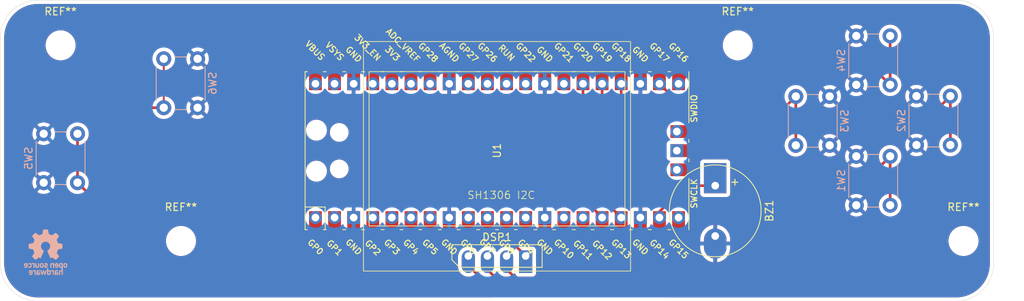
<source format=kicad_pcb>
(kicad_pcb
	(version 20240108)
	(generator "pcbnew")
	(generator_version "8.0")
	(general
		(thickness 1.6)
		(legacy_teardrops no)
	)
	(paper "A4")
	(layers
		(0 "F.Cu" signal)
		(31 "B.Cu" signal)
		(32 "B.Adhes" user "B.Adhesive")
		(33 "F.Adhes" user "F.Adhesive")
		(34 "B.Paste" user)
		(35 "F.Paste" user)
		(36 "B.SilkS" user "B.Silkscreen")
		(37 "F.SilkS" user "F.Silkscreen")
		(38 "B.Mask" user)
		(39 "F.Mask" user)
		(40 "Dwgs.User" user "User.Drawings")
		(41 "Cmts.User" user "User.Comments")
		(42 "Eco1.User" user "User.Eco1")
		(43 "Eco2.User" user "User.Eco2")
		(44 "Edge.Cuts" user)
		(45 "Margin" user)
		(46 "B.CrtYd" user "B.Courtyard")
		(47 "F.CrtYd" user "F.Courtyard")
		(48 "B.Fab" user)
		(49 "F.Fab" user)
		(50 "User.1" user)
		(51 "User.2" user)
		(52 "User.3" user)
		(53 "User.4" user)
		(54 "User.5" user)
		(55 "User.6" user)
		(56 "User.7" user)
		(57 "User.8" user)
		(58 "User.9" user)
	)
	(setup
		(stackup
			(layer "F.SilkS"
				(type "Top Silk Screen")
			)
			(layer "F.Paste"
				(type "Top Solder Paste")
			)
			(layer "F.Mask"
				(type "Top Solder Mask")
				(thickness 0.01)
			)
			(layer "F.Cu"
				(type "copper")
				(thickness 0.035)
			)
			(layer "dielectric 1"
				(type "core")
				(thickness 1.51)
				(material "FR4")
				(epsilon_r 4.5)
				(loss_tangent 0.02)
			)
			(layer "B.Cu"
				(type "copper")
				(thickness 0.035)
			)
			(layer "B.Mask"
				(type "Bottom Solder Mask")
				(thickness 0.01)
			)
			(layer "B.Paste"
				(type "Bottom Solder Paste")
			)
			(layer "B.SilkS"
				(type "Bottom Silk Screen")
			)
			(copper_finish "None")
			(dielectric_constraints no)
		)
		(pad_to_mask_clearance 0)
		(allow_soldermask_bridges_in_footprints no)
		(pcbplotparams
			(layerselection 0x00010fc_ffffffff)
			(plot_on_all_layers_selection 0x0000000_00000000)
			(disableapertmacros no)
			(usegerberextensions no)
			(usegerberattributes no)
			(usegerberadvancedattributes yes)
			(creategerberjobfile yes)
			(dashed_line_dash_ratio 12.000000)
			(dashed_line_gap_ratio 3.000000)
			(svgprecision 4)
			(plotframeref no)
			(viasonmask no)
			(mode 1)
			(useauxorigin no)
			(hpglpennumber 1)
			(hpglpenspeed 20)
			(hpglpendiameter 15.000000)
			(pdf_front_fp_property_popups yes)
			(pdf_back_fp_property_popups yes)
			(dxfpolygonmode yes)
			(dxfimperialunits yes)
			(dxfusepcbnewfont yes)
			(psnegative no)
			(psa4output no)
			(plotreference yes)
			(plotvalue yes)
			(plotfptext yes)
			(plotinvisibletext no)
			(sketchpadsonfab no)
			(subtractmaskfromsilk no)
			(outputformat 1)
			(mirror no)
			(drillshape 0)
			(scaleselection 1)
			(outputdirectory "")
		)
	)
	(net 0 "")
	(net 1 "Net-(DSP1-Vcc)")
	(net 2 "Net-(DSP1-SCL)")
	(net 3 "GND")
	(net 4 "Net-(DSP1-SDA)")
	(net 5 "Net-(U1-GPIO12)")
	(net 6 "unconnected-(U1-GPIO0-Pad1)")
	(net 7 "unconnected-(U1-GPIO3-Pad5)")
	(net 8 "unconnected-(U1-GPIO6-Pad9)")
	(net 9 "unconnected-(U1-GPIO11-Pad15)")
	(net 10 "unconnected-(U1-RUN-Pad30)")
	(net 11 "unconnected-(U1-GPIO22-Pad29)")
	(net 12 "unconnected-(U1-GPIO28_ADC2-Pad34)")
	(net 13 "unconnected-(U1-GPIO10-Pad14)")
	(net 14 "unconnected-(U1-GPIO21-Pad27)")
	(net 15 "unconnected-(U1-ADC_VREF-Pad35)")
	(net 16 "unconnected-(U1-SWCLK-Pad41)")
	(net 17 "unconnected-(U1-GPIO1-Pad2)")
	(net 18 "unconnected-(U1-GPIO9-Pad12)")
	(net 19 "unconnected-(U1-GPIO26_ADC0-Pad31)")
	(net 20 "unconnected-(U1-VBUS-Pad40)")
	(net 21 "unconnected-(U1-GPIO2-Pad4)")
	(net 22 "unconnected-(U1-GPIO7-Pad10)")
	(net 23 "unconnected-(U1-VSYS-Pad39)")
	(net 24 "unconnected-(U1-3V3_EN-Pad37)")
	(net 25 "unconnected-(U1-GPIO27_ADC1-Pad32)")
	(net 26 "unconnected-(U1-GPIO5-Pad7)")
	(net 27 "unconnected-(U1-SWDIO-Pad43)")
	(net 28 "unconnected-(U1-GPIO8-Pad11)")
	(net 29 "unconnected-(U1-GND-Pad42)")
	(net 30 "unconnected-(U1-GPIO4-Pad6)")
	(net 31 "Net-(U1-GPIO19)")
	(net 32 "Net-(U1-GPIO17)")
	(net 33 "Net-(U1-GPIO18)")
	(net 34 "Net-(U1-GPIO16)")
	(net 35 "Net-(U1-GPIO13)")
	(net 36 "Net-(BZ1-+)")
	(footprint "MCU_RaspberryPi_and_Boards:RPi_Pico_SMD_TH" (layer "F.Cu") (at 148.39 97.51 90))
	(footprint "MountingHole:MountingHole_3.5mm" (layer "F.Cu") (at 90.39 83.51))
	(footprint "MountingHole:MountingHole_3.5mm" (layer "F.Cu") (at 180.39 83.51))
	(footprint "Buzzer_Beeper:Buzzer_12x9.5RM7.6" (layer "F.Cu") (at 177.39 101.71 -90))
	(footprint "ScottSystemsKiCAD:SH1306 I2C" (layer "F.Cu") (at 148.39 111.51))
	(footprint "MountingHole:MountingHole_3.5mm" (layer "F.Cu") (at 210.39 109.51))
	(footprint "MountingHole:MountingHole_3.5mm" (layer "F.Cu") (at 106.39 109.51))
	(footprint "Button_Switch_THT:SW_PUSH_6mm" (layer "B.Cu") (at 192.6 96.8 90))
	(footprint "Button_Switch_THT:SW_PUSH_6mm" (layer "B.Cu") (at 204.14 90.26 -90))
	(footprint "Button_Switch_THT:SW_PUSH_6mm" (layer "B.Cu") (at 108.6 91.8 90))
	(footprint "Button_Switch_THT:SW_PUSH_6mm" (layer "B.Cu") (at 88.14 95.26 -90))
	(footprint "Symbol:OSHW-Logo_5.7x6mm_SilkScreen" (layer "B.Cu") (at 88.4 111 180))
	(footprint "Button_Switch_THT:SW_PUSH_6mm" (layer "B.Cu") (at 196.14 82.26 -90))
	(footprint "Button_Switch_THT:SW_PUSH_6mm" (layer "B.Cu") (at 196.14 98.26 -90))
	(gr_line
		(start 214.39 82.51)
		(end 214.39 112.51)
		(stroke
			(width 0.05)
			(type default)
		)
		(layer "Edge.Cuts")
		(uuid "1465b051-18bc-41b2-b16c-ba10c224d888")
	)
	(gr_arc
		(start 214.39 112.51)
		(mid 212.925534 116.045534)
		(end 209.39 117.51)
		(stroke
			(width 0.05)
			(type default)
		)
		(layer "Edge.Cuts")
		(uuid "35355c6e-77d8-4c9e-b3af-7f7e098d3f15")
	)
	(gr_line
		(start 82.39 112.51)
		(end 82.39 82.51)
		(stroke
			(width 0.05)
			(type default)
		)
		(layer "Edge.Cuts")
		(uuid "37cdb32f-fad4-47a2-9b37-fc7198d60ce5")
	)
	(gr_arc
		(start 87.39 117.51)
		(mid 83.854466 116.045534)
		(end 82.39 112.51)
		(stroke
			(width 0.05)
			(type default)
		)
		(layer "Edge.Cuts")
		(uuid "740c713c-63fb-4138-9b41-8524d6701f67")
	)
	(gr_line
		(start 209.39 117.51)
		(end 87.39 117.51)
		(stroke
			(width 0.05)
			(type default)
		)
		(layer "Edge.Cuts")
		(uuid "a4b0ba79-ed9f-4072-918b-f29a4c552209")
	)
	(gr_arc
		(start 209.39 77.51)
		(mid 212.925534 78.974466)
		(end 214.39 82.51)
		(stroke
			(width 0.05)
			(type default)
		)
		(layer "Edge.Cuts")
		(uuid "bce0663b-be76-446f-b0fd-c362f3817c0a")
	)
	(gr_arc
		(start 82.39 82.51)
		(mid 83.854466 78.974466)
		(end 87.39 77.51)
		(stroke
			(width 0.05)
			(type default)
		)
		(layer "Edge.Cuts")
		(uuid "cca4cf4f-7d9b-4124-bdc2-ebe2b20eb846")
	)
	(gr_line
		(start 87.39 77.51)
		(end 209.39 77.51)
		(stroke
			(width 0.05)
			(type default)
		)
		(layer "Edge.Cuts")
		(uuid "cf1a5c73-f244-421c-ad03-ddcf8d9158a4")
	)
	(gr_text "PicoCat Game Hat\n20240429"
		(at 194.4 112.8 0)
		(layer "F.Cu" knockout)
		(uuid "5c88faa8-e3c3-4bc8-b8fb-9be5b86747b4")
		(effects
			(font
				(size 1.5 1.5)
				(thickness 0.3)
				(bold yes)
			)
			(justify bottom)
		)
	)
	(segment
		(start 92.6 105.6)
		(end 90 103)
		(width 0.35)
		(layer "F.Cu")
		(net 1)
		(uuid "074774df-a32d-43e9-bfb5-05d1633d3ea1")
	)
	(segment
		(start 150.69 110)
		(end 121.8 110)
		(width 0.35)
		(layer "F.Cu")
		(net 1)
		(uuid "1062d489-693e-431c-b141-83316190787f")
	)
	(segment
		(start 90 93.8)
		(end 100.2 83.6)
		(width 0.35)
		(layer "F.Cu")
		(net 1)
		(uuid "5e958fe2-9128-4e40-ae90-0d40378e73fc")
	)
	(segment
		(start 131 83.6)
		(end 134.42 87.02)
		(width 0.35)
		(layer "F.Cu")
		(net 1)
		(uuid "682a1097-7301-4b0f-8ce6-00fd33536ea6")
	)
	(segment
		(start 117.4 105.6)
		(end 92.6 105.6)
		(width 0.35)
		(layer "F.Cu")
		(net 1)
		(uuid "7993183a-8734-4782-9ecf-a4537808c13c")
	)
	(segment
		(start 121.8 110)
		(end 117.4 105.6)
		(width 0.35)
		(layer "F.Cu")
		(net 1)
		(uuid "9b4f7b67-d54b-4980-bc80-7a619191a25c")
	)
	(segment
		(start 152.2 111.51)
		(end 150.69 110)
		(width 0.35)
		(layer "F.Cu")
		(net 1)
		(uuid "c9164212-d462-49f5-8f9d-14030924116d")
	)
	(segment
		(start 90 103)
		(end 90 93.8)
		(width 0.35)
		(layer "F.Cu")
		(net 1)
		(uuid "ee33a0c5-6c4a-4d60-8628-5f0a46fa4a2a")
	)
	(segment
		(start 100.2 83.6)
		(end 131 83.6)
		(width 0.35)
		(layer "F.Cu")
		(net 1)
		(uuid "ef8fc557-a3ce-48e4-a6a7-936d528f3706")
	)
	(segment
		(start 147.12 113.32)
		(end 149 115.2)
		(width 0.35)
		(layer "F.Cu")
		(net 2)
		(uuid "1e25cbe4-ce00-4661-9168-f39db17ca205")
	)
	(segment
		(start 149 115.2)
		(end 170 115.2)
		(width 0.35)
		(layer "F.Cu")
		(net 2)
		(uuid "39ce87de-4925-468b-abca-9a6f25922ff6")
	)
	(segment
		(start 170 115.2)
		(end 172.52 112.68)
		(width 0.35)
		(layer "F.Cu")
		(net 2)
		(uuid "793d3177-27dc-4a64-a967-da73c6f38b62")
	)
	(segment
		(start 172.52 112.68)
		(end 172.52 106.4)
		(width 0.35)
		(layer "F.Cu")
		(net 2)
		(uuid "e67fda44-88ca-48b4-92c6-f4603c20c18b")
	)
	(segment
		(start 149.66 113.26)
		(end 150.6 114.2)
		(width 0.35)
		(layer "F.Cu")
		(net 3)
		(uuid "7c45bdb9-962d-4404-a3c0-a91712554f03")
	)
	(segment
		(start 174.4 112.8)
		(end 171 116.2)
		(width 0.35)
		(layer "F.Cu")
		(net 4)
		(uuid "21efcaad-217b-44b6-a1ee-2adfb0a6d44f")
	)
	(segment
		(start 171.8 103.8)
		(end 173.2 103.8)
		(width 0.35)
		(layer "F.Cu")
		(net 4)
		(uuid "321477d8-8386-4adb-969b-c993245e262e")
	)
	(segment
		(start 173.2 103.8)
		(end 174.4 105)
		(width 0.35)
		(layer "F.Cu")
		(net 4)
		(uuid "631f4e1c-ea61-4023-b81c-b8f2d4da8bdc")
	)
	(segment
		(start 169.98 106.4)
		(end 169.98 105.62)
		(width 0.35)
		(layer "F.Cu")
		(net 4)
		(uuid "72bc25be-96ba-4608-ba07-24627130d72c")
	)
	(segment
		(start 174.4 105)
		(end 174.4 112.8)
		(width 0.35)
		(layer "F.Cu")
		(net 4)
		(uuid "9a41c3ac-1886-4962-84ef-feb0fbe2f5bd")
	)
	(segment
		(start 171 116.2)
		(end 148 116.2)
		(width 0.35)
		(layer "F.Cu")
		(net 4)
		(uuid "befed514-3ccd-4669-abd1-302fe78ac71a")
	)
	(segment
		(start 169.98 105.62)
		(end 171.8 103.8)
		(width 0.35)
		(layer "F.Cu")
		(net 4)
		(uuid "fa63e5d4-459f-4671-b473-d16c2f911ed8")
	)
	(segment
		(start 148 116.2)
		(end 144.58 112.78)
		(width 0.35)
		(layer "F.Cu")
		(net 4)
		(uuid "fe8019ea-c157-4f0f-b700-41af6ae1dfa5")
	)
	(segment
		(start 93.6 91.8)
		(end 104.1 91.8)
		(width 0.35)
		(layer "F.Cu")
		(net 5)
		(uuid "1ce830ac-3fef-4c7d-a75c-098cbc9d2f00")
	)
	(segment
		(start 90.8 102.4)
		(end 90.8 94.6)
		(width 0.35)
		(layer "F.Cu")
		(net 5)
		(uuid "21564a85-b9ba-4dce-afee-009e7256b822")
	)
	(segment
		(start 162.36 106.382)
		(end 160.578 104.6)
		(width 0.35)
		(layer "F.Cu")
		(net 5)
		(uuid "68f3ff7d-bff6-4879-a30a-8be5539e7385")
	)
	(segment
		(start 90.8 94.6)
		(end 93.6 91.8)
		(width 0.35)
		(layer "F.Cu")
		(net 5)
		(uuid "7d765c7c-315e-47a2-8295-ec9b7a50a246")
	)
	(segment
		(start 160.578 104.6)
		(end 93 104.6)
		(width 0.35)
		(layer "F.Cu")
		(net 5)
		(uuid "9e917997-f08d-4b1c-af4f-84600b76ccf3")
	)
	(segment
		(start 104.1 85.3)
		(end 104.1 91.8)
		(width 0.25)
		(layer "F.Cu")
		(net 5)
		(uuid "dd475696-3288-4754-bcc6-97257254b4b9")
	)
	(segment
		(start 93 104.6)
		(end 90.8 102.4)
		(width 0.35)
		(layer "F.Cu")
		(net 5)
		(uuid "f0de617f-53ae-4441-8a1a-46d76dbfd84f")
	)
	(segment
		(start 198.1 100.8)
		(end 185.8 100.8)
		(width 0.35)
		(layer "F.Cu")
		(net 31)
		(uuid "073bbb9d-e735-4eb1-a5f3-fbb6ddfe3317")
	)
	(segment
		(start 162.36 91.16)
		(end 162.36 88.62)
		(width 0.35)
		(layer "F.Cu")
		(net 31)
		(uuid "269e0a6c-3a2b-4c70-ae86-5043e50734f3")
	)
	(segment
		(start 178 93)
		(end 164.2 93)
		(width 0.35)
		(layer "F.Cu")
		(net 31)
		(uuid "63782a7f-baa9-42d9-9869-7567922c181f")
	)
	(segment
		(start 164.2 93)
		(end 162.36 91.16)
		(width 0.35)
		(layer "F.Cu")
		(net 31)
		(uuid "a13fc1ca-3994-42eb-8d29-6a29069dcb3d")
	)
	(segment
		(start 200.64 98.26)
		(end 200.64 104.76)
		(width 0.35)
		(layer "F.Cu")
		(net 31)
		(uuid "aba9115c-4ff5-4c6c-9851-d0dfd9eb0df6")
	)
	(segment
		(start 200.64 98.26)
		(end 198.1 100.8)
		(width 0.35)
		(layer "F.Cu")
		(net 31)
		(uuid "ade7b2c4-88ea-48eb-9857-53f38a7f7470")
	)
	(segment
		(start 185.8 100.8)
		(end 178 93)
		(width 0.35)
		(layer "F.Cu")
		(net 31)
		(uuid "dedde105-5d45-492b-8b0e-cd1bb4fc30f1")
	)
	(segment
		(start 208.64 90.26)
		(end 208.64 96.76)
		(width 0.35)
		(layer "F.Cu")
		(net 32)
		(uuid "44feae03-8bf7-4105-853f-3c52cf423718")
	)
	(segment
		(start 197.2 92.4)
		(end 193 88.2)
		(width 0.35)
		(layer "F.Cu")
		(net 32)
		(uuid "53aa9f1c-1cfc-4093-9781-deee46194915")
	)
	(segment
		(start 171.56 90.2)
		(end 169.98 88.62)
		(width 0.35)
		(layer "F.Cu")
		(net 32)
		(uuid "557c2309-ba0c-48c6-8118-310e271dd00a")
	)
	(segment
		(start 175.498 88.2)
		(end 173.498 90.2)
		(width 0.35)
		(layer "F.Cu")
		(net 32)
		(uuid "5ad1427c-2c88-42cd-b08b-4de60e5edcbc")
	)
	(segment
		(start 206.5 92.4)
		(end 197.2 92.4)
		(width 0.35)
		(layer "F.Cu")
		(net 32)
		(uuid "7aba5dd5-920f-4047-bb68-d6c263dcabd1")
	)
	(segment
		(start 173.498 90.2)
		(end 171.56 90.2)
		(width 0.35)
		(layer "F.Cu")
		(net 32)
		(uuid "85c2a638-9469-4823-9787-ceaae83e14d4")
	)
	(segment
		(start 208.64 90.26)
		(end 206.5 92.4)
		(width 0.35)
		(layer "F.Cu")
		(net 32)
		(uuid "9978cd4b-e803-4e2e-aea6-6244225ad760")
	)
	(segment
		(start 193 88.2)
		(end 175.498 88.2)
		(width 0.35)
		(layer "F.Cu")
		(net 32)
		(uuid "cae3f1a6-1d42-4273-87a6-bf5ed31fd560")
	)
	(segment
		(start 188.1 90.3)
		(end 188.1 96.8)
		(width 0.35)
		(layer "F.Cu")
		(net 33)
		(uuid "0620197e-6a0f-42c3-a087-048df5082410")
	)
	(segment
		(start 166.4 91.6)
		(end 164.9 90.1)
		(width 0.35)
		(layer "F.Cu")
		(net 33)
		(uuid "5980eb65-5261-4bdc-8bc9-738c28c3e507")
	)
	(segment
		(start 164.9 90.1)
		(end 164.9 88.62)
		(width 0.35)
		(layer "F.Cu")
		(net 33)
		(uuid "8a76edda-cef8-4807-bdf4-826706e0c988")
	)
	(segment
		(start 188.1 90.3)
		(end 186.8 91.6)
		(width 0.35)
		(layer "F.Cu")
		(net 33)
		(uuid "a5fb6c07-5dbf-4650-b315-cc4338cf018f")
	)
	(segment
		(start 186.8 91.6)
		(end 166.4 91.6)
		(width 0.35)
		(layer "F.Cu")
		(net 33)
		(uuid "b6fa5c80-52d7-4b96-85dc-d2f53d34fca0")
	)
	(segment
		(start 174.74 86.4)
		(end 172.52 88.62)
		(width 0.35)
		(layer "F.Cu")
		(net 34)
		(uuid "6d49725a-05c2-4e2f-a2dc-a8219b272331")
	)
	(segment
		(start 200.64 88.76)
		(end 198.28 86.4)
		(width 0.35)
		(layer "F.Cu")
		(net 34)
		(uuid "73cbadd3-3f3d-4121-8552-d6cbbf53ee60")
	)
	(segment
		(start 198.28 86.4)
		(end 174.74 86.4)
		(width 0.35)
		(layer "F.Cu")
		(net 34)
		(uuid "9fb6ac82-ecfc-4563-a50b-abf67b25f6af")
	)
	(segment
		(start 200.64 82.26)
		(end 200.64 88.76)
		(width 0.35)
		(layer "F.Cu")
		(net 34)
		(uuid "f31385bb-983f-4ef9-8663-c54a2d2a015f")
	)
	(segment
		(start 92.64 95.26)
		(end 92.64 101.76)
		(width 0.35)
		(layer "F.Cu")
		(net 35)
		(uuid "3029e46d-c85b-453d-9cac-7653544c6851")
	)
	(segment
		(start 164.9 106.4)
		(end 161.9 103.4)
		(width 0.35)
		(layer "F.Cu")
		(net 35)
		(uuid "5741e2be-bdb8-4f5e-bca3-585b599ca965")
	)
	(segment
		(start 94.28 103.4)
		(end 92.64 101.76)
		(width 0.35)
		(layer "F.Cu")
		(net 35)
		(uuid "59ff0fed-fa52-4f0d-a12d-38797e720ebc")
	)
	(segment
		(start 161.9 103.4)
		(end 94.28 103.4)
		(width 0.35)
		(layer "F.Cu")
		(net 35)
		(uuid "e2755f52-ed13-4b78-bf8e-827e783706ba")
	)
	(segment
		(start 159.8 93)
		(end 168.965 102.165)
		(width 0.35)
		(layer "F.Cu")
		(net 36)
		(uuid "5afbfaad-3a54-4b62-97b4-7511c2fc1e06")
	)
	(segment
		(start 159.82 92.98)
		(end 159.8 93)
		(width 0.35)
		(layer "F.Cu")
		(net 36)
		(uuid "b09263ce-4653-46e6-b233-3d175022da82")
	)
	(segment
		(start 159.82 88.62)
		(end 159.82 92.98)
		(width 0.35)
		(layer "F.Cu")
		(net 36)
		(uuid "d87575c7-245e-4826-bcc2-22b8e6ee6a1b")
	)
	(segment
		(start 168.965 102.165)
		(end 177.39 102.165)
		(width 0.35)
		(layer "F.Cu")
		(net 36)
		(uuid "e2771bfd-932e-4eca-a295-65e23eccaf40")
	)
	(zone
		(net 3)
		(net_name "GND")
		(layers "F&B.Cu")
		(uuid "229f637c-6fcc-4c66-9e71-3fa08711c4c3")
		(hatch edge 0.5)
		(connect_pads
			(clearance 0.5)
		)
		(min_thickness 0.25)
		(filled_areas_thickness no)
		(fill yes
			(thermal_gap 0.5)
			(thermal_bridge_width 0.5)
		)
		(polygon
			(pts
				(xy 82.39 77.51) (xy 82.39 117.51) (xy 214.39 117.51) (xy 214.39 77.51)
			)
		)
		(filled_polygon
			(layer "F.Cu")
			(pts
				(xy 209.392702 78.010617) (xy 209.776771 78.027386) (xy 209.787506 78.028326) (xy 210.165971 78.078152)
				(xy 210.176597 78.080025) (xy 210.549284 78.162648) (xy 210.55971 78.165442) (xy 210.923765 78.280227)
				(xy 210.933911 78.28392) (xy 211.286578 78.43) (xy 211.296369 78.434566) (xy 211.634942 78.610816)
				(xy 211.64431 78.616224) (xy 211.966244 78.821318) (xy 211.975105 78.827523) (xy 212.27793 79.059889)
				(xy 212.286217 79.066843) (xy 212.567635 79.324715) (xy 212.575284 79.332364) (xy 212.833156 79.613782)
				(xy 212.84011 79.622069) (xy 213.072476 79.924894) (xy 213.078681 79.933755) (xy 213.283775 80.255689)
				(xy 213.289183 80.265057) (xy 213.46543 80.603623) (xy 213.470002 80.613427) (xy 213.616075 80.966078)
				(xy 213.619775 80.976244) (xy 213.734554 81.340278) (xy 213.737354 81.350727) (xy 213.819971 81.723389)
				(xy 213.821849 81.734042) (xy 213.871671 82.112473) (xy 213.872614 82.123249) (xy 213.889382 82.507297)
				(xy 213.8895 82.512706) (xy 213.8895 112.507293) (xy 213.889382 112.512702) (xy 213.872614 112.89675)
				(xy 213.871671 112.907526) (xy 213.821849 113.285957) (xy 213.819971 113.29661) (xy 213.737354 113.669272)
				(xy 213.734554 113.679721) (xy 213.619775 114.043755) (xy 213.616075 114.053921) (xy 213.470002 114.406572)
				(xy 213.46543 114.416376) (xy 213.289183 114.754942) (xy 213.283775 114.76431) (xy 213.078681 115.086244)
				(xy 213.072476 115.095105) (xy 212.84011 115.39793) (xy 212.833156 115.406217) (xy 212.575284 115.687635)
				(xy 212.567635 115.695284) (xy 212.286217 115.953156) (xy 212.27793 115.96011) (xy 211.975105 116.192476)
				(xy 211.966244 116.198681) (xy 211.64431 116.403775) (xy 211.634942 116.409183) (xy 211.296376 116.58543)
				(xy 211.286572 116.590002) (xy 210.933921 116.736075) (xy 210.923755 116.739775) (xy 210.559721 116.854554)
				(xy 210.549272 116.857354) (xy 210.17661 116.939971) (xy 210.165957 116.941849) (xy 209.787526 116.991671)
				(xy 209.77675 116.992614) (xy 209.392703 117.009382) (xy 209.387294 117.0095) (xy 171.413139 117.0095)
				(xy 171.3461 116.989815) (xy 171.300345 116.937011) (xy 171.290401 116.867853) (xy 171.319426 116.804297)
				(xy 171.344248 116.782398) (xy 171.408037 116.739775) (xy 171.430606 116.724695) (xy 174.924695 113.230606)
				(xy 174.99862 113.119969) (xy 175.04954 112.997036) (xy 175.067006 112.909233) (xy 175.0755 112.866533)
				(xy 175.0755 110.105) (xy 175.39 110.105) (xy 175.39 110.486094) (xy 175.42422 110.746009) (xy 175.424222 110.74602)
				(xy 175.492075 110.999255) (xy 175.592404 111.241471) (xy 175.592409 111.241482) (xy 175.723496 111.468528)
				(xy 175.883092 111.676519) (xy 175.883098 111.676526) (xy 176.068473 111.861901) (xy 176.06848 111.861907)
				(xy 176.276471 112.021503) (xy 176.503517 112.15259) (xy 176.503528 112.152595) (xy 176.745744 112.252924)
				(xy 176.998979 112.320777) (xy 176.998992 112.32078) (xy 177.14 112.339343) (xy 177.14 110.105)
				(xy 177.64 110.105) (xy 177.64 112.339342) (xy 177.781007 112.32078) (xy 177.78102 112.320777) (xy 178.034255 112.252924)
				(xy 178.276471 112.152595) (xy 178.276482 112.15259) (xy 178.503528 112.021503) (xy 178.711519 111.861907)
				(xy 178.711526 111.861901) (xy 178.896901 111.676526) (xy 178.896907 111.676519) (xy 179.056503 111.468528)
				(xy 179.18759 111.241482) (xy 179.187595 111.241471) (xy 179.287924 110.999255) (xy 179.355777 110.74602)
				(xy 179.355779 110.746009) (xy 179.389999 110.486094) (xy 179.39 110.48608) (xy 179.39 110.105)
				(xy 177.64 110.105) (xy 177.14 110.105) (xy 175.39 110.105) (xy 175.0755 110.105) (xy 175.0755 109.605)
				(xy 175.39 109.605) (xy 177.14 109.605) (xy 177.14 109.29956) (xy 177.193147 109.330245) (xy 177.322857 109.365)
				(xy 177.457143 109.365) (xy 177.586853 109.330245) (xy 177.64 109.29956) (xy 177.64 109.605) (xy 179.39 109.605)
				(xy 179.39 109.223919) (xy 179.389999 109.223905) (xy 179.355779 108.96399) (xy 179.355777 108.963979)
				(xy 179.287924 108.710744) (xy 179.187595 108.468528) (xy 179.18759 108.468517) (xy 179.135045 108.377507)
				(xy 184.057618 108.377507) (xy 184.057618 112.909233) (xy 204.956667 112.909233) (xy 204.956667 109.641127)
				(xy 208.3895 109.641127) (xy 208.405438 109.76218) (xy 208.42373 109.901116) (xy 208.491602 110.154418)
				(xy 208.491605 110.154428) (xy 208.591953 110.39669) (xy 208.591958 110.3967) (xy 208.723075 110.623803)
				(xy 208.882718 110.831851) (xy 208.882726 110.83186) (xy 209.06814 111.017274) (xy 209.068148 111.017281)
				(xy 209.276196 111.176924) (xy 209.503299 111.308041) (xy 209.503309 111.308046) (xy 209.745571 111.408394)
				(xy 209.745581 111.408398) (xy 209.998884 111.47627) (xy 210.25888 111.5105) (xy 210.258887 111.5105)
				(xy 210.521113 111.5105) (xy 210.52112 111.5105) (xy 210.781116 111.47627) (xy 211.034419 111.408398)
				(xy 211.276697 111.308043) (xy 211.503803 111.176924) (xy 211.711851 111.017282) (xy 211.711855 111.017277)
				(xy 211.71186 111.017274) (xy 211.897274 110.83186) (xy 211.897277 110.831855) (xy 211.897282 110.831851)
				(xy 212.056924 110.623803) (xy 212.188043 110.396697) (xy 212.288398 110.154419) (xy 212.35627 109.901116)
				(xy 212.3905 109.64112) (xy 212.3905 109.37888) (xy 212.35627 109.118884) (xy 212.288398 108.865581)
				(xy 212.256204 108.787857) (xy 212.188046 108.623309) (xy 212.188041 108.623299) (xy 212.056924 108.396196)
				(xy 211.897281 108.188148) (xy 211.897274 108.18814) (xy 211.71186 108.002726) (xy 211.711851 108.002718)
				(xy 211.503803 107.843075) (xy 211.2767 107.711958) (xy 211.27669 107.711953) (xy 211.034428 107.611605)
				(xy 211.034421 107.611603) (xy 211.034419 107.611602) (xy 210.781116 107.54373) (xy 210.723339 107.536123)
				(xy 210.521127 107.5095) (xy 210.52112 107.5095) (xy 210.25888 107.5095) (xy 210.258872 107.5095)
				(xy 210.027772 107.539926) (xy 209.998884 107.54373) (xy 209.745581 107.611602) (xy 209.745571 107.611605)
				(xy 209.503309 107.711953) (xy 209.503299 107.711958) (xy 209.276196 107.843075) (xy 209.068148 108.002718)
				(xy 208.882718 108.188148) (xy 208.723075 108.396196) (xy 208.591958 108.623299) (xy 208.591953 108.623309)
				(xy 208.491605 108.865571) (xy 208.491602 108.865581) (xy 208.465237 108.963979) (xy 208.42373 109.118885)
				(xy 208.3895 109.378872) (xy 208.3895 109.641127) (xy 204.956667 109.641127) (xy 204.956667 108.377507)
				(xy 184.057618 108.377507) (xy 179.135045 108.377507) (xy 179.056503 108.241471) (xy 178.896907 108.03348)
				(xy 178.896901 108.033473) (xy 178.711526 107.848098) (xy 178.711519 107.848092) (xy 178.503528 107.688496)
				(xy 178.276482 107.557409) (xy 178.276471 107.557404) (xy 178.034255 107.457075) (xy 177.781016 107.389221)
				(xy 177.64 107.370654) (xy 177.64 108.410439) (xy 177.586853 108.379755) (xy 177.457143 108.345)
				(xy 177.322857 108.345) (xy 177.193147 108.379755) (xy 177.14 108.410439) (xy 177.14 107.370654)
				(xy 177.139999 107.370654) (xy 176.998983 107.389221) (xy 176.745744 107.457075) (xy 176.503528 107.557404)
				(xy 176.503517 107.557409) (xy 176.276471 107.688496) (xy 176.06848 107.848092) (xy 176.068473 107.848098)
				(xy 175.883098 108.033473) (xy 175.883092 108.03348) (xy 175.723496 108.241471) (xy 175.592409 108.468517)
				(xy 175.592404 108.468528) (xy 175.492075 108.710744) (xy 175.424222 108.963979) (xy 175.42422 108.96399)
				(xy 175.39 109.223905) (xy 175.39 109.605) (xy 175.0755 109.605) (xy 175.0755 104.933466) (xy 175.049541 104.802969)
				(xy 175.04954 104.802968) (xy 175.04954 104.802964) (xy 175.031746 104.760005) (xy 194.634859 104.760005)
				(xy 194.655385 105.007729) (xy 194.655387 105.007738) (xy 194.716412 105.248717) (xy 194.816266 105.476364)
				(xy 194.916564 105.629882) (xy 195.616212 104.930234) (xy 195.627482 104.972292) (xy 195.69989 105.097708)
				(xy 195.802292 105.20011) (xy 195.927708 105.272518) (xy 195.969765 105.283787) (xy 195.269942 105.983609)
				(xy 195.316768 106.020055) (xy 195.31677 106.020056) (xy 195.535385 106.138364) (xy 195.535396 106.138369)
				(xy 195.770506 106.219083) (xy 196.015707 106.26) (xy 196.264293 106.26) (xy 196.509493 106.219083)
				(xy 196.744603 106.138369) (xy 196.744614 106.138364) (xy 196.963228 106.020057) (xy 196.963231 106.020055)
				(xy 197.010056 105.983609) (xy 196.310234 105.283787) (xy 196.352292 105.272518) (xy 196.477708 105.20011)
				(xy 196.58011 105.097708) (xy 196.652518 104.972292) (xy 196.663787 104.930235) (xy 197.363434 105.629882)
				(xy 197.463731 105.476369) (xy 197.563587 105.248717) (xy 197.624612 105.007738) (xy 197.624614 105.007729)
				(xy 197.645141 104.760005) (xy 197.645141 104.759994) (xy 197.624614 104.51227) (xy 197.624612 104.512261)
				(xy 197.563587 104.271282) (xy 197.463731 104.04363) (xy 197.363434 103.890116) (xy 196.663787 104.589764)
				(xy 196.652518 104.547708) (xy 196.58011 104.422292) (xy 196.477708 104.31989) (xy 196.352292 104.247482)
				(xy 196.310235 104.236212) (xy 197.010057 103.53639) (xy 197.010056 103.536389) (xy 196.963229 103.499943)
				(xy 196.744614 103.381635) (xy 196.744603 103.38163) (xy 196.509493 103.300916) (xy 196.264293 103.26)
				(xy 196.015707 103.26) (xy 195.770506 103.300916) (xy 195.535396 103.38163) (xy 195.53539 103.381632)
				(xy 195.316761 103.499949) (xy 195.269942 103.536388) (xy 195.269942 103.53639) (xy 195.969765 104.236212)
				(xy 195.927708 104.247482) (xy 195.802292 104.31989) (xy 195.69989 104.422292) (xy 195.627482 104.547708)
				(xy 195.616212 104.589764) (xy 194.916564 103.890116) (xy 194.816267 104.043632) (xy 194.716412 104.271282)
				(xy 194.655387 104.512261) (xy 194.655385 104.51227) (xy 194.634859 104.759994) (xy 194.634859 104.760005)
				(xy 175.031746 104.760005) (xy 175.031744 104.76) (xy 174.998623 104.680038) (xy 174.998622 104.680037)
				(xy 174.99862 104.680031) (xy 174.924695 104.569394) (xy 174.830606 104.475305) (xy 174.243482 103.888181)
				(xy 173.630609 103.275307) (xy 173.630605 103.275304) (xy 173.519975 103.201383) (xy 173.519965 103.201378)
				(xy 173.397036 103.150459) (xy 173.397028 103.150457) (xy 173.266535 103.1245) (xy 173.266531 103.1245)
				(xy 171.866531 103.1245) (xy 171.733469 103.1245) (xy 171.733464 103.1245) (xy 171.602971 103.150457)
				(xy 171.602963 103.150459) (xy 171.54251 103.1755) (xy 171.480032 103.201378) (xy 171.373624 103.272477)
				(xy 171.373617 103.272483) (xy 171.371479 103.273911) (xy 171.369392 103.275306) (xy 171.369386 103.275311)
				(xy 169.631516 105.013181) (xy 169.570193 105.046666) (xy 169.543835 105.0495) (xy 169.082129 105.0495)
				(xy 169.082123 105.049501) (xy 169.022516 105.055908) (xy 168.887671 105.106202) (xy 168.887669 105.106204)
				(xy 168.783894 105.18389) (xy 168.71843 105.208307) (xy 168.650157 105.193456) (xy 168.635272 105.18389)
				(xy 168.532088 105.106646) (xy 168.532086 105.106645) (xy 168.397379 105.056403) (xy 168.397372 105.056401)
				(xy 168.337844 105.05) (xy 167.69 105.05) (xy 167.69 105.955439) (xy 167.636853 105.924755) (xy 167.507143 105.89)
				(xy 167.372857 105.89) (xy 167.243147 105.924755) (xy 167.19 105.955439) (xy 167.19 105.05) (xy 166.542155 105.05)
				(xy 166.482627 105.056401) (xy 166.48262 105.056403) (xy 166.347913 105.106645) (xy 166.34791 105.106647)
				(xy 166.244727 105.18389) (xy 166.179262 105.208307) (xy 166.110989 105.193455) (xy 166.096105 105.183889)
				(xy 165.992335 105.106206) (xy 165.992328 105.106202) (xy 165.857482 105.055908) (xy 165.857483 105.055908)
				(xy 165.797883 105.049501) (xy 165.797881 105.0495) (xy 165.797873 105.0495) (xy 165.797865 105.0495)
				(xy 164.964383 105.0495) (xy 164.953576 105.049028) (xy 164.900002 105.044341) (xy 164.899999 105.044341)
				(xy 164.864865 105.047414) (xy 164.846421 105.049028) (xy 164.835616 105.0495) (xy 164.556163 105.0495)
				(xy 164.489124 105.029815) (xy 164.468482 105.013181) (xy 162.330609 102.875307) (xy 162.330605 102.875304)
				(xy 162.219975 102.801383) (xy 162.219965 102.801378) (xy 162.097036 102.750459) (xy 162.097028 102.750457)
				(xy 161.966535 102.7245) (xy 161.966531 102.7245) (xy 94.611163 102.7245) (xy 94.544124 102.704815)
				(xy 94.523482 102.688181) (xy 94.117949 102.282648) (xy 94.084464 102.221325) (xy 94.085425 102.164526)
				(xy 94.125105 102.007833) (xy 94.125105 102.007832) (xy 94.125108 102.007821) (xy 94.139643 101.832409)
				(xy 94.145643 101.760005) (xy 94.145643 101.759994) (xy 94.125109 101.512187) (xy 94.125107 101.512175)
				(xy 94.064063 101.271118) (xy 93.964173 101.043393) (xy 93.828166 100.835217) (xy 93.74224 100.741877)
				(xy 93.659744 100.652262) (xy 93.463509 100.499526) (xy 93.463508 100.499525) (xy 93.463505 100.499523)
				(xy 93.463503 100.499522) (xy 93.380481 100.454592) (xy 93.330891 100.405372) (xy 93.3155 100.345538)
				(xy 93.3155 100.235006) (xy 122.9847 100.235006) (xy 123.003864 100.466297) (xy 123.003866 100.466308)
				(xy 123.060842 100.6913) (xy 123.154075 100.903848) (xy 123.281016 101.098147) (xy 123.281019 101.098151)
				(xy 123.281021 101.098153) (xy 123.438216 101.268913) (xy 123.438219 101.268915) (xy 123.438222 101.268918)
				(xy 123.621365 101.411464) (xy 123.621371 101.411468) (xy 123.621374 101.41147) (xy 123.825497 101.521936)
				(xy 123.939487 101.561068) (xy 124.045015 101.597297) (xy 124.045017 101.597297) (xy 124.045019 101.597298)
				(xy 124.273951 101.6355) (xy 124.273952 101.6355) (xy 124.506048 101.6355) (xy 124.506049 101.6355)
				(xy 124.734981 101.597298) (xy 124.954503 101.521936) (xy 125.158626 101.41147) (xy 125.172721 101.4005)
				(xy 125.270119 101.324692) (xy 125.341784 101.268913) (xy 125.498979 101.098153) (xy 125.625924 100.903849)
				(xy 125.719157 100.6913) (xy 125.776134 100.466305) (xy 125.777105 100.454592) (xy 125.7953 100.235006)
				(xy 125.7953 100.234993) (xy 125.776135 100.003702) (xy 125.776133 100.003691) (xy 125.758738 99.935002)
				(xy 126.164723 99.935002) (xy 126.170733 100.003695) (xy 126.179579 100.104815) (xy 126.183793 100.152975)
				(xy 126.183793 100.152979) (xy 126.240422 100.364322) (xy 126.240424 100.364326) (xy 126.240425 100.36433)
				(xy 126.262923 100.412577) (xy 126.332897 100.562638) (xy 126.332898 100.562639) (xy 126.458402 100.741877)
				(xy 126.613123 100.896598) (xy 126.792361 101.022102) (xy 126.99067 101.114575) (xy 127.202023 101.171207)
				(xy 127.384926 101.187208) (xy 127.419998 101.190277) (xy 127.42 101.190277) (xy 127.420002 101.190277)
				(xy 127.448254 101.187805) (xy 127.637977 101.171207) (xy 127.84933 101.114575) (xy 128.047639 101.022102)
				(xy 128.226877 100.896598) (xy 128.381598 100.741877) (xy 128.507102 100.562639) (xy 128.599575 100.36433)
				(xy 128.656207 100.152977) (xy 128.675277 99.935) (xy 128.656207 99.717023) (xy 128.60343 99.520056)
				(xy 128.599577 99.505677) (xy 128.599576 99.505676) (xy 128.599575 99.50567) (xy 128.507102 99.307362)
				(xy 128.5071 99.307359) (xy 128.507099 99.307357) (xy 128.381599 99.128124) (xy 128.310991 99.057516)
				(xy 128.226877 98.973402) (xy 128.047639 98.847898) (xy 128.04764 98.847898) (xy 128.047638 98.847897)
				(xy 127.948484 98.801661) (xy 127.84933 98.755425) (xy 127.849326 98.755424) (xy 127.849322 98.755422)
				(xy 127.637977 98.698793) (xy 127.420002 98.679723) (xy 127.419998 98.679723) (xy 127.274682 98.692436)
				(xy 127.202023 98.698793) (xy 127.20202 98.698793) (xy 126.990677 98.755422) (xy 126.990668 98.755426)
				(xy 126.792361 98.847898) (xy 126.792357 98.8479) (xy 126.613121 98.973402) (xy 126.458402 99.128121)
				(xy 126.3329 99.307357) (xy 126.332898 99.307361) (xy 126.240426 99.505668) (xy 126.240422 99.505677)
				(xy 126.183793 99.71702) (xy 126.183793 99.717024) (xy 126.164723 99.934997) (xy 126.164723 99.935002)
				(xy 125.758738 99.935002) (xy 125.719157 99.778699) (xy 125.625924 99.566151) (xy 125.498983 99.371852)
				(xy 125.49898 99.371849) (xy 125.498979 99.371847) (xy 125.341784 99.201087) (xy 125.341779 99.201083)
				(xy 125.341777 99.201081) (xy 125.158634 99.058535) (xy 125.158628 99.058531) (xy 124.954504 98.948064)
				(xy 124.954495 98.948061) (xy 124.734984 98.872702) (xy 124.553715 98.842454) (xy 124.506049 98.8345)
				(xy 124.273951 98.8345) (xy 124.244431 98.839426) (xy 124.045015 98.872702) (xy 123.825504 98.948061)
				(xy 123.825495 98.948064) (xy 123.621371 99.058531) (xy 123.621365 99.058535) (xy 123.438222 99.201081)
				(xy 123.438219 99.201084) (xy 123.281016 99.371852) (xy 123.154075 99.566151) (xy 123.060842 99.778699)
				(xy 123.003866 100.003691) (xy 123.003864 100.003702) (xy 122.9847 100.234993) (xy 122.9847 100.235006)
				(xy 93.3155 100.235006) (xy 93.3155 96.67446) (xy 93.335185 96.607421) (xy 93.380483 96.565405)
				(xy 93.413185 96.547708) (xy 93.463509 96.520474) (xy 93.659744 96.367738) (xy 93.828164 96.184785)
				(xy 93.964173 95.976607) (xy 94.064063 95.748881) (xy 94.125108 95.507821) (xy 94.125761 95.499949)
				(xy 94.145643 95.26) (xy 94.145643 95.259994) (xy 94.125109 95.012187) (xy 94.125107 95.012175)
				(xy 94.06758 94.785006) (xy 122.9847 94.785006) (xy 123.003864 95.016297) (xy 123.003866 95.016308)
				(xy 123.060842 95.2413) (xy 123.154075 95.453848) (xy 123.281016 95.648147) (xy 123.281019 95.648151)
				(xy 123.281021 95.648153) (xy 123.438216 95.818913) (xy 123.438219 95.818915) (xy 123.438222 95.818918)
				(xy 123.621365 95.961464) (xy 123.621371 95.961468) (xy 123.621374 95.96147) (xy 123.648896 95.976364)
				(xy 123.807748 96.062331) (xy 123.825497 96.071936) (xy 123.939487 96.111068) (xy 124.045015 96.147297)
				(xy 124.045017 96.147297) (xy 124.045019 96.147298) (xy 124.273951 96.1855) (xy 124.273952 96.1855)
				(xy 124.506048 96.1855) (xy 124.506049 96.1855) (xy 124.734981 96.147298) (xy 124.954503 96.071936)
				(xy 125.158626 95.96147) (xy 125.341784 95.818913) (xy 125.498979 95.648153) (xy 125.625924 95.453849)
				(xy 125.719157 95.2413) (xy 125.758737 95.085002) (xy 126.164723 95.085002) (xy 126.183793 95.302975)
				(xy 126.183793 95.302979) (xy 126.240422 95.514322) (xy 126.240424 95.514326) (xy 126.240425 95.51433)
				(xy 126.269363 95.576388) (xy 126.332897 95.712638) (xy 126.332898 95.712639) (xy 126.458402 95.891877)
				(xy 126.613123 96.046598) (xy 126.792361 96.172102) (xy 126.99067 96.264575) (xy 127.202023 96.321207)
				(xy 127.384926 96.337208) (xy 127.419998 96.340277) (xy 127.42 96.340277) (xy 127.420002 96.340277)
				(xy 127.448254 96.337805) (xy 127.637977 96.321207) (xy 127.84933 96.264575) (xy 128.047639 96.172102)
				(xy 128.226877 96.046598) (xy 128.381598 95.891877) (xy 128.507102 95.712639) (xy 128.599575 95.51433)
				(xy 128.656207 95.302977) (xy 128.675277 95.085) (xy 128.656207 94.867023) (xy 128.599575 94.65567)
				(xy 128.507102 94.457362) (xy 128.5071 94.457359) (xy 128.507099 94.457357) (xy 128.381599 94.278124)
				(xy 128.381596 94.278121) (xy 128.226877 94.123402) (xy 128.068516 94.012516) (xy 128.047638 93.997897)
				(xy 127.948484 93.951661) (xy 127.84933 93.905425) (xy 127.849326 93.905424) (xy 127.849322 93.905422)
				(xy 127.637977 93.848793) (xy 127.420002 93.829723) (xy 127.419998 93.829723) (xy 127.274682 93.842436)
				(xy 127.202023 93.848793) (xy 127.20202 93.848793) (xy 126.990677 93.905422) (xy 126.990668 93.905426)
				(xy 126.792361 93.997898) (xy 126.792357 93.9979) (xy 126.613121 94.123402) (xy 126.458402 94.278121)
				(xy 126.3329 94.457357) (xy 126.332898 94.457361) (xy 126.240426 94.655668) (xy 126.240422 94.655677)
				(xy 126.183793 94.86702) (xy 126.183793 94.867024) (xy 126.164723 95.084997) (xy 126.164723 95.085002)
				(xy 125.758737 95.085002) (xy 125.776134 95.016305) (xy 125.776135 95.016297) (xy 125.7953 94.785006)
				(xy 125.7953 94.784993) (xy 125.776135 94.553702) (xy 125.776133 94.553691) (xy 125.719157 94.328699)
				(xy 125.625924 94.116151) (xy 125.498983 93.921852) (xy 125.49898 93.921849) (xy 125.498979 93.921847)
				(xy 125.341784 93.751087) (xy 125.341779 93.751083) (xy 125.341777 93.751081) (xy 125.158634 93.608535)
				(xy 125.158628 93.608531) (xy 124.954504 93.498064) (xy 124.954495 93.498061) (xy 124.734984 93.422702)
				(xy 124.563282 93.39405) (xy 124.506049 93.3845) (xy 124.273951 93.3845) (xy 124.228164 93.39214)
				(xy 124.045015 93.422702) (xy 123.825504 93.498061) (xy 123.825495 93.498064) (xy 123.621371 93.608531)
				(xy 123.621365 93.608535) (xy 123.438222 93.751081) (xy 123.438219 93.751084) (xy 123.438216 93.751086)
				(xy 123.438216 93.751087) (xy 123.392794 93.800429) (xy 123.281016 93.921852) (xy 123.154075 94.116151)
				(xy 123.060842 94.328699) (xy 123.003866 94.553691) (xy 123.003864 94.553702) (xy 122.9847 94.784993)
				(xy 122.9847 94.785006) (xy 94.06758 94.785006) (xy 94.064063 94.771118) (xy 93.964173 94.543393)
				(xy 93.828166 94.335217) (xy 93.775605 94.278121) (xy 93.659744 94.152262) (xy 93.463509 93.999526)
				(xy 93.463507 93.999525) (xy 93.463506 93.999524) (xy 93.244811 93.881172) (xy 93.244802 93.881169)
				(xy 93.009617 93.800429) (xy 92.857513 93.775048) (xy 92.794628 93.744597) (xy 92.758189 93.684983)
				(xy 92.759764 93.615131) (xy 92.79024 93.56506) (xy 93.843482 92.511819) (xy 93.904805 92.478334)
				(xy 93.931163 92.4755) (xy 102.681865 92.4755) (xy 102.748904 92.495185) (xy 102.785674 92.531679)
				(xy 102.911833 92.724782) (xy 102.944245 92.759991) (xy 103.080256 92.907738) (xy 103.276491 93.060474)
				(xy 103.276493 93.060475) (xy 103.494332 93.178364) (xy 103.49519 93.178828) (xy 103.714141 93.253994)
				(xy 103.728964 93.259083) (xy 103.730386 93.259571) (xy 103.975665 93.3005) (xy 104.224335 93.3005)
				(xy 104.469614 93.259571) (xy 104.70481 93.178828) (xy 104.923509 93.060474) (xy 105.119744 92.907738)
				(xy 105.288164 92.724785) (xy 105.424173 92.516607) (xy 105.524063 92.288881) (xy 105.585108 92.047821)
				(xy 105.586535 92.030606) (xy 105.605643 91.8) (xy 107.094859 91.8) (xy 107.115385 92.047729) (xy 107.115387 92.047738)
				(xy 107.176412 92.288717) (xy 107.276266 92.516364) (xy 107.376564 92.669882) (xy 108.076212 91.970234)
				(xy 108.087482 92.012292) (xy 108.15989 92.137708) (xy 108.262292 92.24011) (xy 108.387708 92.312518)
				(xy 108.429765 92.323787) (xy 107.729942 93.023609) (xy 107.776768 93.060055) (xy 107.77677 93.060056)
				(xy 107.995385 93.178364) (xy 107.995396 93.178369) (xy 108.230506 93.259083) (xy 108.475707 93.3)
				(xy 108.724293 93.3) (xy 108.969493 93.259083) (xy 109.204603 93.178369) (xy 109.204614 93.178364)
				(xy 109.423228 93.060057) (xy 109.423231 93.060055) (xy 109.470056 93.023609) (xy 108.770234 92.323787)
				(xy 108.812292 92.312518) (xy 108.937708 92.24011) (xy 109.04011 92.137708) (xy 109.112518 92.012292)
				(xy 109.123787 91.970235) (xy 109.823434 92.669882) (xy 109.923731 92.516369) (xy 110.023587 92.288717)
				(xy 110.084612 92.047738) (xy 110.084614 92.047729) (xy 110.105141 91.8) (xy 110.105141 91.799994)
				(xy 110.084614 91.55227) (xy 110.084612 91.552261) (xy 110.023587 91.311282) (xy 109.923731 91.08363)
				(xy 109.823434 90.930116) (xy 109.123787 91.629764) (xy 109.112518 91.587708) (xy 109.04011 91.462292)
				(xy 108.937708 91.35989) (xy 108.812292 91.287482) (xy 108.770235 91.276212) (xy 109.470057 90.57639)
				(xy 109.470056 90.576389) (xy 109.423229 90.539943) (xy 109.204614 90.421635) (xy 109.204603 90.42163)
				(xy 108.969493 90.340916) (xy 108.724293 90.3) (xy 108.475707 90.3) (xy 108.230506 90.340916) (xy 107.995396 90.42163)
				(xy 107.99539 90.421632) (xy 107.776761 90.539949) (xy 107.729942 90.576388) (xy 107.729942 90.57639)
				(xy 108.429765 91.276212) (xy 108.387708 91.287482) (xy 108.262292 91.35989) (xy 108.15989 91.462292)
				(xy 108.087482 91.587708) (xy 108.076212 91.629764) (xy 107.376564 90.930116) (xy 107.276267 91.083632)
				(xy 107.176412 91.311282) (xy 107.115387 91.552261) (xy 107.115385 91.55227) (xy 107.094859 91.799994)
				(xy 107.094859 91.8) (xy 105.605643 91.8) (xy 105.605643 91.799994) (xy 105.585109 91.552187) (xy 105.585107 91.552175)
				(xy 105.524063 91.311118) (xy 105.424173 91.083393) (xy 105.288166 90.875217) (xy 105.264529 90.849541)
				(xy 105.119744 90.692262) (xy 104.923509 90.539526) (xy 104.923508 90.539525) (xy 104.923505 90.539523)
				(xy 104.923503 90.539522) (xy 104.790481 90.467533) (xy 104.740891 90.418313) (xy 104.7255 90.358479)
				(xy 104.7255 86.741519) (xy 104.745185 86.67448) (xy 104.790483 86.632464) (xy 104.791369 86.631984)
				(xy 104.923509 86.560474) (xy 105.119744 86.407738) (xy 105.288164 86.224785) (xy 105.424173 86.016607)
				(xy 105.524063 85.788881) (xy 105.585108 85.547821) (xy 105.586899 85.526206) (xy 105.605643 85.300005)
				(xy 105.605643 85.299994) (xy 105.585109 85.052187) (xy 105.585107 85.052175) (xy 105.524063 84.811118)
				(xy 105.424173 84.583393) (xy 105.34834 84.467321) (xy 105.328153 84.400432) (xy 105.347333 84.333246)
				(xy 105.399792 84.287096) (xy 105.452149 84.2755) (xy 107.248448 84.2755) (xy 107.315487 84.295185)
				(xy 107.361242 84.347989) (xy 107.371186 84.417147) (xy 107.352257 84.467321) (xy 107.276267 84.583632)
				(xy 107.176412 84.811282) (xy 107.115387 85.052261) (xy 107.115385 85.05227) (xy 107.094859 85.299994)
				(xy 107.094859 85.300005) (xy 107.115385 85.547729) (xy 107.115387 85.547738) (xy 107.176412 85.788717)
				(xy 107.276266 86.016364) (xy 107.376564 86.169882) (xy 108.076212 85.470233) (xy 108.087482 85.512292)
				(xy 108.15989 85.637708) (xy 108.262292 85.74011) (xy 108.387708 85.812518) (xy 108.429765 85.823787)
				(xy 107.729942 86.523609) (xy 107.776768 86.560055) (xy 107.77677 86.560056) (xy 107.995385 86.678364)
				(xy 107.995396 86.678369) (xy 108.230506 86.759083) (xy 108.475707 86.8) (xy 108.724293 86.8) (xy 108.969493 86.759083)
				(xy 109.204603 86.678369) (xy 109.204614 86.678364) (xy 109.423228 86.560057) (xy 109.423231 86.560055)
				(xy 109.470056 86.523609) (xy 108.770234 85.823787) (xy 108.812292 85.812518) (xy 108.937708 85.74011)
				(xy 109.04011 85.637708) (xy 109.112518 85.512292) (xy 109.123787 85.470235) (xy 109.823434 86.169882)
				(xy 109.923731 86.016369) (xy 110.023587 85.788717) (xy 110.084612 85.547738) (xy 110.084614 85.547729)
				(xy 110.105141 85.300005) (xy 110.105141 85.299994) (xy 110.084614 85.05227) (xy 110.084612 85.052261)
				(xy 110.023587 84.811282) (xy 109.923732 84.583632) (xy 109.847743 84.467321) (xy 109.827555 84.400432)
				(xy 109.846736 84.333246) (xy 109.899195 84.287096) (xy 109.951552 84.2755) (xy 130.668837 84.2755)
				(xy 130.735876 84.295185) (xy 130.756518 84.311819) (xy 131.702518 85.257819) (xy 131.736003 85.319142)
				(xy 131.731019 85.388834) (xy 131.689147 85.444767) (xy 131.623683 85.469184) (xy 131.614837 85.4695)
				(xy 130.982129 85.4695) (xy 130.982123 85.469501) (xy 130.922516 85.475908) (xy 130.787671 85.526202)
				(xy 130.787669 85.526204) (xy 130.683894 85.60389) (xy 130.61843 85.628307) (xy 130.550157 85.613456)
				(xy 130.535272 85.60389) (xy 130.432088 85.526646) (xy 130.432086 85.526645) (xy 130.297379 85.476403)
				(xy 130.297372 85.476401) (xy 130.237844 85.47) (xy 129.59 85.47) (xy 129.59 88.175439) (xy 129.536853 88.144755)
				(xy 129.407143 88.11) (xy 129.272857 88.11) (xy 129.143147 88.144755) (xy 129.09 88.175439) (xy 129.09 85.47)
				(xy 128.442155 85.47) (xy 128.382627 85.476401) (xy 128.38262 85.476403) (xy 128.247913 85.526645)
				(xy 128.24791 85.526647) (xy 128.144727 85.60389) (xy 128.079262 85.628307) (xy 128.010989 85.613455)
				(xy 127.996105 85.603889) (xy 127.892335 85.526206) (xy 127.892328 85.526202) (xy 127.757482 85.475908)
				(xy 127.757483 85.475908) (xy 127.697883 85.469501) (xy 127.697881 85.4695) (xy 127.697873 85.4695)
				(xy 127.697864 85.4695) (xy 125.902129 85.4695) (xy 125.902123 85.469501) (xy 125.842516 85.475908)
				(xy 125.707671 85.526202) (xy 125.707669 85.526203) (xy 125.604311 85.603578) (xy 125.538847 85.627995)
				(xy 125.470574 85.613144) (xy 125.455689 85.603578) (xy 125.35233 85.526203) (xy 125.352328 85.526202)
				(xy 125.217482 85.475908) (xy 125.217483 85.475908) (xy 125.157883 85.469501) (xy 125.157881 85.4695)
				(xy 125.157873 85.4695) (xy 125.157864 85.4695) (xy 123.362129 85.4695) (xy 123.362123 85.469501)
				(xy 123.302516 85.475908) (xy 123.167671 85.526202) (xy 123.167664 85.526206) (xy 123.052455 85.612452)
				(xy 123.052452 85.612455) (xy 122.966206 85.727664) (xy 122.966202 85.727671) (xy 122.915908 85.862517)
				(xy 122.909501 85.922116) (xy 122.909501 85.922123) (xy 122.9095 85.922135) (xy 122.9095 88.555614)
				(xy 122.909028 88.56642) (xy 122.904341 88.619997) (xy 122.904341 88.620001) (xy 122.909028 88.673578)
				(xy 122.9095 88.684385) (xy 122.9095 89.51787) (xy 122.909501 89.517876) (xy 122.915908 89.577483)
				(xy 122.966202 89.712328) (xy 122.966206 89.712335) (xy 123.052452 89.827544) (xy 123.052455 89.827547)
				(xy 123.167664 89.913793) (xy 123.167671 89.913797) (xy 123.302517 89.964091) (xy 123.302516 89.964091)
				(xy 123.309444 89.964835) (xy 123.362127 89.9705) (xy 124.195613 89.970499) (xy 124.206422 89.970971)
				(xy 124.26 89.975659) (xy 124.313578 89.970971) (xy 124.324387 89.970499) (xy 125.157871 89.970499)
				(xy 125.157872 89.970499) (xy 125.217483 89.964091) (xy 125.352331 89.913796) (xy 125.45569 89.836421)
				(xy 125.521152 89.812004) (xy 125.589425 89.826855) (xy 125.604303 89.836416) (xy 125.646144 89.867738)
				(xy 125.707668 89.913795) (xy 125.707671 89.913797) (xy 125.842517 89.964091) (xy 125.842516 89.964091)
				(xy 125.849444 89.964835) (xy 125.902127 89.9705) (xy 126.735613 89.970499) (xy 126.746422 89.970971)
				(xy 126.8 89.975659) (xy 126.853578 89.970971) (xy 126.864387 89.970499) (xy 127.697871 89.970499)
				(xy 127.697872 89.970499) (xy 127.757483 89.964091) (xy 127.892331 89.913796) (xy 127.996106 89.836109)
				(xy 128.06157 89.811692) (xy 128.129843 89.826543) (xy 128.144729 89.83611) (xy 128.24791 89.913352)
				(xy 128.247913 89.913354) (xy 128.38262 89.963596) (xy 128.382627 89.963598) (xy 128.442155 89.969999)
				(xy 128.442172 89.97) (xy 129.09 89.97) (xy 129.09 89.06456) (xy 129.143147 89.095245) (xy 129.272857 89.13)
				(xy 129.407143 89.13) (xy 129.536853 89.095245) (xy 129.59 89.06456) (xy 129.59 89.97) (xy 130.237828 89.97)
				(xy 130.237844 89.969999) (xy 130.297372 89.963598) (xy 130.297379 89.963596) (xy 130.432086 89.913354)
				(xy 130.432089 89.913352) (xy 130.535271 89.83611) (xy 130.600735 89.811692) (xy 130.669008 89.826543)
				(xy 130.683888 89.836105) (xy 130.726144 89.867738) (xy 130.787668 89.913795) (xy 130.787671 89.913797)
				(xy 130.922517 89.964091) (xy 130.922516 89.964091) (xy 130.929444 89.964835) (xy 130.982127 89.9705)
				(xy 131.815613 89.970499) (xy 131.826422 89.970971) (xy 131.88 89.975659) (xy 131.933578 89.970971)
				(xy 131.944387 89.970499) (xy 132.777871 89.970499) (xy 132.777872 89.970499) (xy 132.837483 89.964091)
				(xy 132.972331 89.913796) (xy 133.07569 89.836421) (xy 133.141152 89.812004) (xy 133.209425 89.826855)
				(xy 133.224303 89.836416) (xy 133.266144 89.867738) (xy 133.327668 89.913795) (xy 133.327671 89.913797)
				(xy 133.462517 89.964091) (xy 133.462516 89.964091) (xy 133.469444 89.964835) (xy 133.522127 89.9705)
				(xy 134.355613 89.970499) (xy 134.366422 89.970971) (xy 134.42 89.975659) (xy 134.473578 89.970971)
				(xy 134.484387 89.970499) (xy 135.317871 89.970499) (xy 135.317872 89.970499) (xy 135.377483 89.964091)
				(xy 135.512331 89.913796) (xy 135.61569 89.836421) (xy 135.681152 89.812004) (xy 135.749425 89.826855)
				(xy 135.764303 89.836416) (xy 135.806144 89.867738) (xy 135.867668 89.913795) (xy 135.867671 89.913797)
				(xy 136.002517 89.964091) (xy 136.002516 89.964091) (xy 136.009444 89.964835) (xy 136.062127 89.9705)
				(xy 136.895613 89.970499) (xy 136.906422 89.970971) (xy 136.96 89.975659) (xy 137.013578 89.970971)
				(xy 137.024387 89.970499) (xy 137.857871 89.970499) (xy 137.857872 89.970499) (xy 137.917483 89.964091)
				(xy 138.052331 89.913796) (xy 138.15569 89.836421) (xy 138.221152 89.812004) (xy 138.289425 89.826855)
				(xy 138.304303 89.836416) (xy 138.346144 89.867738) (xy 138.407668 89.913795) (xy 138.407671 89.913797)
				(xy 138.542517 89.964091) (xy 138.542516 89.964091) (xy 138.549444 89.964835) (xy 138.602127 89.9705)
				(xy 139.435613 89.970499) (xy 139.446422 89.970971) (xy 139.5 89.975659) (xy 139.553578 89.970971)
				(xy 139.564387 89.970499) (xy 140.397871 89.970499) (xy 140.397872 89.970499) (xy 140.457483 89.964091)
				(xy 140.592331 89.913796) (xy 140.696106 89.836109) (xy 140.76157 89.811692) (xy 140.829843 89.826543)
				(xy 140.844729 89.83611) (xy 140.94791 89.913352) (xy 140.947913 89.913354) (xy 141.08262 89.963596)
				(xy 141.082627 89.963598) (xy 141.142155 89.969999) (xy 141.142172 89.97) (xy 141.79 89.97) (xy 141.79 89.06456)
				(xy 141.843147 89.095245) (xy 141.972857 89.13) (xy 142.107143 89.13) (xy 142.236853 89.095245)
				(xy 142.29 89.06456) (xy 142.29 89.97) (xy 142.937828 89.97) (xy 142.937844 89.969999) (xy 142.997372 89.963598)
				(xy 142.997379 89.963596) (xy 143.132086 89.913354) (xy 143.132089 89.913352) (xy 143.235271 89.83611)
				(xy 143.300735 89.811692) (xy 143.369008 89.826543) (xy 143.383888 89.836105) (xy 143.426144 89.867738)
				(xy 143.487668 89.913795) (xy 143.487671 89.913797) (xy 143.622517 89.964091) (xy 143.622516 89.964091)
				(xy 143.629444 89.964835) (xy 143.682127 89.9705) (xy 144.515613 89.970499) (xy 144.526422 89.970971)
				(xy 144.58 89.975659) (xy 144.633578 89.970971) (xy 144.644387 89.970499) (xy 145.477871 89.970499)
				(xy 145.477872 89.970499) (xy 145.537483 89.964091) (xy 145.672331 89.913796) (xy 145.77569 89.836421)
				(xy 145.841152 89.812004) (xy 145.909425 89.826855) (xy 145.924303 89.836416) (xy 145.966144 89.867738)
				(xy 146.027668 89.913795) (xy 146.027671 89.913797) (xy 146.162517 89.964091) (xy 146.162516 89.964091)
				(xy 146.169444 89.964835) (xy 146.222127 89.9705) (xy 147.055613 89.970499) (xy 147.066422 89.970971)
				(xy 147.12 89.975659) (xy 147.173578 89.970971) (xy 147.184387 89.970499) (xy 148.017871 89.970499)
				(xy 148.017872 89.970499) (xy 148.077483 89.964091) (xy 148.212331 89.913796) (xy 148.31569 89.836421)
				(xy 148.381152 89.812004) (xy 148.449425 89.826855) (xy 148.464303 89.836416) (xy 148.506144 89.867738)
				(xy 148.567668 89.913795) (xy 148.567671 89.913797) (xy 148.702517 89.964091) (xy 148.702516 89.964091)
				(xy 148.709444 89.964835) (xy 148.762127 89.9705) (xy 149.595613 89.970499) (xy 149.606422 89.970971)
				(xy 149.66 89.975659) (xy 149.713578 89.970971) (xy 149.724387 89.970499) (xy 150.557871 89.970499)
				(xy 150.557872 89.970499) (xy 150.617483 89.964091) (xy 150.752331 89.913796) (xy 150.85569 89.836421)
				(xy 150.921152 89.812004) (xy 150.989425 89.826855) (xy 151.004303 89.836416) (xy 151.046144 89.867738)
				(xy 151.107668 89.913795) (xy 151.107671 89.913797) (xy 151.242517 89.964091) (xy 151.242516 89.964091)
				(xy 151.249444 89.964835) (xy 151.302127 89.9705) (xy 152.135613 89.970499) (xy 152.146422 89.970971)
				(xy 152.2 89.975659) (xy 152.253578 89.970971) (xy 152.264387 89.970499) (xy 153.097871 89.970499)
				(xy 153.097872 89.970499) (xy 153.157483 89.964091) (xy 153.292331 89.913796) (xy 153.396106 89.836109)
				(xy 153.46157 89.811692) (xy 153.529843 89.826543) (xy 153.544729 89.83611) (xy 153.64791 89.913352)
				(xy 153.647913 89.913354) (xy 153.78262 89.963596) (xy 153.782627 89.963598) (xy 153.842155 89.969999)
				(xy 153.842172 89.97) (xy 154.49 89.97) (xy 154.49 89.06456) (xy 154.543147 89.095245) (xy 154.672857 89.13)
				(xy 154.807143 89.13) (xy 154.936853 89.095245) (xy 154.99 89.06456) (xy 154.99 89.97) (xy 155.637828 89.97)
				(xy 155.637844 89.969999) (xy 155.697372 89.963598) (xy 155.697379 89.963596) (xy 155.832086 89.913354)
				(xy 155.832089 89.913352) (xy 155.935271 89.83611) (xy 156.000735 89.811692) (xy 156.069008 89.826543)
				(xy 156.083888 89.836105) (xy 156.126144 89.867738) (xy 156.187668 89.913795) (xy 156.187671 89.913797)
				(xy 156.322517 89.964091) (xy 156.322516 89.964091) (xy 156.329444 89.964835) (xy 156.382127 89.9705)
				(xy 157.215613 89.970499) (xy 157.226422 89.970971) (xy 157.28 89.975659) (xy 157.333578 89.970971)
				(xy 157.344387 89.970499) (xy 158.177871 89.970499) (xy 158.177872 89.970499) (xy 158.237483 89.964091)
				(xy 158.372331 89.913796) (xy 158.47569 89.836421) (xy 158.541152 89.812004) (xy 158.609425 89.826855)
				(xy 158.624303 89.836416) (xy 158.666144 89.867738) (xy 158.727668 89.913795) (xy 158.727671 89.913797)
				(xy 158.750448 89.922292) (xy 158.862517 89.964091) (xy 158.922127 89.9705) (xy 159.0205 89.970499)
				(xy 159.087538 89.990183) (xy 159.133294 90.042986) (xy 159.1445 90.094499) (xy 159.1445 92.82071)
				(xy 159.142117 92.844901) (xy 159.1245 92.933465) (xy 159.1245 93.066535) (xy 159.150457 93.197028)
				(xy 159.150459 93.197036) (xy 159.201378 93.319965) (xy 159.201383 93.319975) (xy 159.275304 93.430605)
				(xy 159.275307 93.430609) (xy 168.440305 102.595606) (xy 168.534394 102.689695) (xy 168.534397 102.689697)
				(xy 168.534398 102.689698) (xy 168.64502 102.763613) (xy 168.645023 102.763614) (xy 168.645031 102.76362)
				(xy 168.645037 102.763622) (xy 168.645038 102.763623) (xy 168.7362 102.801383) (xy 168.767964 102.81454)
				(xy 168.767968 102.81454) (xy 168.767969 102.814541) (xy 168.898466 102.8405) (xy 168.898469 102.8405)
				(xy 175.265501 102.8405) (xy 175.33254 102.860185) (xy 175.378295 102.912989) (xy 175.389501 102.9645)
				(xy 175.389501 103.212876) (xy 175.395908 103.272483) (xy 175.446202 103.407328) (xy 175.446206 103.407335)
				(xy 175.532452 103.522544) (xy 175.532455 103.522547) (xy 175.647664 103.608793) (xy 175.647671 103.608797)
				(xy 175.782517 103.659091) (xy 175.782516 103.659091) (xy 175.789444 103.659835) (xy 175.842127 103.6655)
				(xy 178.937872 103.665499) (xy 178.997483 103.659091) (xy 179.132331 103.608796) (xy 179.247546 103.522546)
				(xy 179.333796 103.407331) (xy 179.384091 103.272483) (xy 179.3905 103.212873) (xy 179.390499 99.117128)
				(xy 179.385299 99.068757) (xy 179.384091 99.057516) (xy 179.333797 98.922671) (xy 179.333793 98.922664)
				(xy 179.247547 98.807455) (xy 179.247544 98.807452) (xy 179.132335 98.721206) (xy 179.132328 98.721202)
				(xy 178.997482 98.670908) (xy 178.997483 98.670908) (xy 178.937883 98.664501) (xy 178.937881 98.6645)
				(xy 178.937873 98.6645) (xy 178.937864 98.6645) (xy 175.842129 98.6645) (xy 175.842123 98.664501)
				(xy 175.782516 98.670908) (xy 175.647671 98.721202) (xy 175.647668 98.721204) (xy 175.535421 98.805232)
				(xy 175.469956 98.829649) (xy 175.401683 98.814797) (xy 175.352278 98.765392) (xy 175.337426 98.697119)
				(xy 175.361841 98.631657) (xy 175.383796 98.602331) (xy 175.434091 98.467483) (xy 175.4405 98.407873)
				(xy 175.440499 96.612128) (xy 175.434091 96.552517) (xy 175.433963 96.552175) (xy 175.383797 96.417671)
				(xy 175.383795 96.417668) (xy 175.357531 96.382584) (xy 175.306421 96.314309) (xy 175.282004 96.248848)
				(xy 175.296855 96.180575) (xy 175.306416 96.165696) (xy 175.383796 96.062331) (xy 175.434091 95.927483)
				(xy 175.4405 95.867873) (xy 175.440499 94.072128) (xy 175.434091 94.012517) (xy 175.429403 93.999949)
				(xy 175.383797 93.877671) (xy 175.383793 93.877664) (xy 175.380908 93.87381) (xy 175.356491 93.808346)
				(xy 175.371343 93.740073) (xy 175.420748 93.690668) (xy 175.480175 93.6755) (xy 177.668837 93.6755)
				(xy 177.735876 93.695185) (xy 177.756518 93.711819) (xy 185.275305 101.230606) (xy 185.369394 101.324695)
				(xy 185.369397 101.324697) (xy 185.369398 101.324698) (xy 185.48002 101.398613) (xy 185.480022 101.398614)
				(xy 185.480031 101.39862) (xy 185.497025 101.405659) (xy 185.602964 101.449541) (xy 185.704889 101.469815)
				(xy 185.733464 101.475499) (xy 185.733468 101.4755) (xy 185.733469 101.4755) (xy 198.166532 101.4755)
				(xy 198.166533 101.475499) (xy 198.297036 101.449541) (xy 198.419969 101.39862) (xy 198.530606 101.324695)
				(xy 199.752819 100.102482) (xy 199.814142 100.068997) (xy 199.883834 100.073981) (xy 199.939767 100.115853)
				(xy 199.964184 100.181317) (xy 199.9645 100.190163) (xy 199.9645 103.345538) (xy 199.944815 103.412577)
				(xy 199.899519 103.454592) (xy 199.816496 103.499522) (xy 199.816494 103.499523) (xy 199.620257 103.652261)
				(xy 199.451833 103.835217) (xy 199.315826 104.043393) (xy 199.215936 104.271118) (xy 199.154892 104.512175)
				(xy 199.15489 104.512187) (xy 199.134357 104.759994) (xy 199.134357 104.760005) (xy 199.15489 105.007812)
				(xy 199.154892 105.007824) (xy 199.215936 105.248881) (xy 199.315826 105.476606) (xy 199.451833 105.684782)
				(xy 199.451836 105.684785) (xy 199.620256 105.867738) (xy 199.816491 106.020474) (xy 199.816493 106.020475)
				(xy 200.034332 106.138364) (xy 200.03519 106.138828) (xy 200.209338 106.198613) (xy 200.268964 106.219083)
				(xy 200.270386 106.219571) (xy 200.515665 106.2605) (xy 200.764335 106.2605) (xy 201.009614 106.219571)
				(xy 201.24481 106.138828) (xy 201.463509 106.020474) (xy 201.659744 105.867738) (xy 201.828164 105.684785)
				(xy 201.964173 105.476607) (xy 202.064063 105.248881) (xy 202.125108 105.007821) (xy 202.131269 104.933469)
				(xy 202.145643 104.760005) (xy 202.145643 104.759994) (xy 202.125109 104.512187) (xy 202.125107 104.512175)
				(xy 202.064063 104.271118) (xy 201.964173 104.043393) (xy 201.828166 103.835217) (xy 201.771942 103.774142)
				(xy 201.659744 103.652262) (xy 201.463509 103.499526) (xy 201.463508 103.499525) (xy 201.463505 103.499523)
				(xy 201.463503 103.499522) (xy 201.380481 103.454592) (xy 201.330891 103.405372) (xy 201.3155 103.345538)
				(xy 201.3155 99.67446) (xy 201.335185 99.607421) (xy 201.380483 99.565405) (xy 201.463507 99.520475)
				(xy 201.463506 99.520475) (xy 201.463509 99.520474) (xy 201.659744 99.367738) (xy 201.828164 99.184785)
				(xy 201.964173 98.976607) (xy 202.064063 98.748881) (xy 202.125108 98.507821) (xy 202.128451 98.467483)
				(xy 202.145643 98.26) (xy 202.145643 98.259994) (xy 202.125109 98.012187) (xy 202.125107 98.012175)
				(xy 202.064063 97.771118) (xy 201.964173 97.543393) (xy 201.828166 97.335217) (xy 201.804952 97.31)
				(xy 201.659744 97.152262) (xy 201.463509 96.999526) (xy 201.463507 96.999525) (xy 201.463506 96.999524)
				(xy 201.244811 96.881172) (xy 201.244802 96.881169) (xy 201.009616 96.800429) (xy 200.767331 96.76)
				(xy 202.634859 96.76) (xy 202.655385 97.007729) (xy 202.655387 97.007738) (xy 202.716412 97.248717)
				(xy 202.816266 97.476364) (xy 202.916564 97.629882) (xy 203.616212 96.930234) (xy 203.627482 96.972292)
				(xy 203.69989 97.097708) (xy 203.802292 97.20011) (xy 203.927708 97.272518) (xy 203.969765 97.283787)
				(xy 203.269942 97.983609) (xy 203.316768 98.020055) (xy 203.31677 98.020056) (xy 203.535385 98.138364)
				(xy 203.535396 98.138369) (xy 203.770506 98.219083) (xy 204.015707 98.26) (xy 204.264293 98.26)
				(xy 204.509493 98.219083) (xy 204.744603 98.138369) (xy 204.744614 98.138364) (xy 204.963228 98.020057)
				(xy 204.963231 98.020055) (xy 205.010056 97.983609) (xy 204.310234 97.283787) (xy 204.352292 97.272518)
				(xy 204.477708 97.20011) (xy 204.58011 97.097708) (xy 204.652518 96.972292) (xy 204.663787 96.930235)
				(xy 205.363434 97.629882) (xy 205.463731 97.476369) (xy 205.563587 97.248717) (xy 205.624612 97.007738)
				(xy 205.624614 97.007729) (xy 205.645141 96.76) (xy 205.645141 96.759994) (xy 205.624614 96.51227)
				(xy 205.624612 96.512261) (xy 205.563587 96.271282) (xy 205.463731 96.04363) (xy 205.363434 95.890116)
				(xy 204.663787 96.589764) (xy 204.652518 96.547708) (xy 204.58011 96.422292) (xy 204.477708 96.31989)
				(xy 204.352292 96.247482) (xy 204.310235 96.236212) (xy 205.010057 95.53639) (xy 205.010056 95.536389)
				(xy 204.963229 95.499943) (xy 204.744614 95.381635) (xy 204.744603 95.38163) (xy 204.509493 95.300916)
				(xy 204.264293 95.26) (xy 204.015707 95.26) (xy 203.770506 95.300916) (xy 203.535396 95.38163) (xy 203.53539 95.381632)
				(xy 203.316761 95.499949) (xy 203.269942 95.536388) (xy 203.269942 95.53639) (xy 203.969765 96.236212)
				(xy 203.927708 96.247482) (xy 203.802292 96.31989) (xy 203.69989 96.422292) (xy 203.627482 96.547708)
				(xy 203.616212 96.589764) (xy 202.916564 95.890116) (xy 202.816267 96.043632) (xy 202.716412 96.271282)
				(xy 202.655387 96.512261) (xy 202.655385 96.51227) (xy 202.634859 96.759994) (xy 202.634859 96.76)
				(xy 200.767331 96.76) (xy 200.764335 96.7595) (xy 200.515665 96.7595) (xy 200.270383 96.800429)
				(xy 200.035197 96.881169) (xy 200.035188 96.881172) (xy 199.816493 96.999524) (xy 199.620257 97.152261)
				(xy 199.451833 97.335217) (xy 199.315826 97.543393) (xy 199.215936 97.771118) (xy 199.154892 98.012175)
				(xy 199.15489 98.012187) (xy 199.134357 98.259994) (xy 199.134357 98.26) (xy 199.154891 98.507817)
				(xy 199.194575 98.664526) (xy 199.19195 98.734346) (xy 199.16205 98.782647) (xy 197.856518 100.088181)
				(xy 197.795195 100.121666) (xy 197.768837 100.1245) (xy 186.131163 100.1245) (xy 186.064124 100.104815)
				(xy 186.043482 100.088181) (xy 178.442483 92.487181) (xy 178.408998 92.425858) (xy 178.413982 92.356166)
				(xy 178.455854 92.300233) (xy 178.521318 92.275816) (xy 178.530164 92.2755) (xy 186.866532 92.2755)
				(xy 186.866533 92.275499) (xy 186.997036 92.249541) (xy 187.119969 92.19862) (xy 187.230606 92.124695)
				(xy 187.230605 92.124695) (xy 187.231609 92.124025) (xy 187.298287 92.103147) (xy 187.365667 92.121632)
				(xy 187.412357 92.17361) (xy 187.4245 92.227127) (xy 187.4245 95.385538) (xy 187.404815 95.452577)
				(xy 187.359519 95.494592) (xy 187.276496 95.539522) (xy 187.276494 95.539523) (xy 187.080257 95.692261)
				(xy 186.911833 95.875217) (xy 186.775826 96.083393) (xy 186.675936 96.311118) (xy 186.614892 96.552175)
				(xy 186.61489 96.552187) (xy 186.594357 96.799994) (xy 186.594357 96.800005) (xy 186.61489 97.047812)
				(xy 186.614892 97.047824) (xy 186.675936 97.288881) (xy 186.775826 97.516606) (xy 186.911833 97.724782)
				(xy 186.911836 97.724785) (xy 187.080256 97.907738) (xy 187.276491 98.060474) (xy 187.276493 98.060475)
				(xy 187.494332 
... [185662 chars truncated]
</source>
